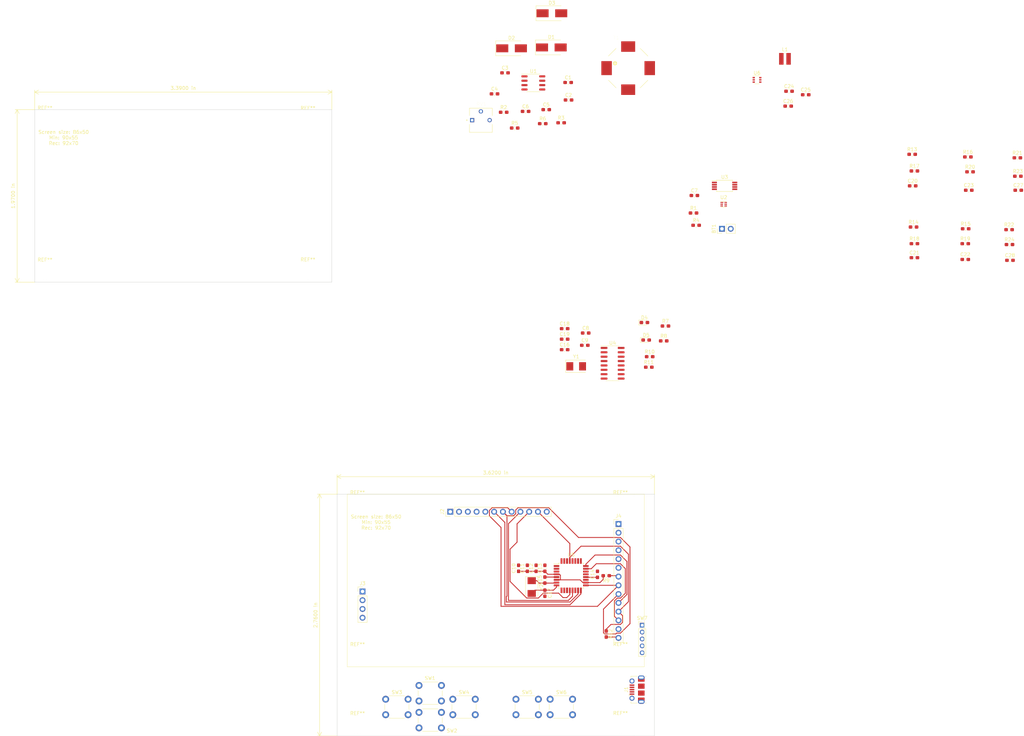
<source format=kicad_pcb>
(kicad_pcb (version 20171130) (host pcbnew "(5.1.5)-3")
  (layers (0 F.Cu signal) (31 B.Cu signal) (34 B.Paste user) (35 F.Paste user) (36 B.SilkS user) (37 F.SilkS user) (38 B.Mask user) (39 F.Mask user) (44 Edge.Cuts user))
  (net 0 "")
  (net 1 "Net-(BT1-Pad2)")
  (net 2 /Vbatt)
  (net 3 GND)
  (net 4 "Net-(C1-Pad1)")
  (net 5 "Net-(C3-Pad2)")
  (net 6 "Net-(C3-Pad1)")
  (net 7 "Net-(C4-Pad2)")
  (net 8 "Net-(C4-Pad1)")
  (net 9 "Net-(C6-Pad1)")
  (net 10 "Net-(C7-Pad1)")
  (net 11 "Net-(C8-Pad1)")
  (net 12 /5Vsup)
  (net 13 "Net-(C14-Pad1)")
  (net 14 "Net-(C15-Pad1)")
  (net 15 "Net-(C16-Pad2)")
  (net 16 /uC_RESET)
  (net 17 "Net-(C17-Pad1)")
  (net 18 "Net-(C18-Pad1)")
  (net 19 "Net-(C19-Pad1)")
  (net 20 /U)
  (net 21 /D)
  (net 22 /L)
  (net 23 /R)
  (net 24 "Net-(C26-Pad1)")
  (net 25 /B)
  (net 26 /A)
  (net 27 "Net-(D1-Pad2)")
  (net 28 "Net-(D2-Pad2)")
  (net 29 "Net-(D4-Pad2)")
  (net 30 "Net-(D4-Pad1)")
  (net 31 "Net-(D5-Pad2)")
  (net 32 "Net-(D5-Pad1)")
  (net 33 "Net-(J1-Pad3)")
  (net 34 "Net-(J1-Pad4)")
  (net 35 "Net-(J1-Pad2)")
  (net 36 /!RDY)
  (net 37 /SS1)
  (net 38 /SCLK)
  (net 39 /MOSI)
  (net 40 /MISO)
  (net 41 "Net-(J2-Pad5)")
  (net 42 "Net-(J2-Pad4)")
  (net 43 /SS3)
  (net 44 /SS2)
  (net 45 /DataCommand_screen)
  (net 46 "Net-(J4-Pad7)")
  (net 47 "Net-(J4-Pad5)")
  (net 48 "Net-(J4-Pad4)")
  (net 49 "Net-(J4-Pad3)")
  (net 50 "Net-(J4-Pad2)")
  (net 51 "Net-(J4-Pad1)")
  (net 52 "Net-(L1-Pad2)")
  (net 53 "Net-(R3-Pad1)")
  (net 54 "Net-(R4-Pad1)")
  (net 55 "Net-(R5-Pad1)")
  (net 56 /TX)
  (net 57 /RX)
  (net 58 "Net-(R13-Pad2)")
  (net 59 "Net-(R14-Pad2)")
  (net 60 "Net-(R15-Pad2)")
  (net 61 "Net-(R16-Pad2)")
  (net 62 "Net-(R21-Pad2)")
  (net 63 "Net-(R22-Pad2)")
  (net 64 "Net-(U1-Pad4)")
  (net 65 "Net-(U2-Pad3)")
  (net 66 "Net-(U2-Pad2)")
  (net 67 "Net-(U2-Pad1)")
  (net 68 "Net-(U3-Pad1)")
  (net 69 "Net-(U4-Pad15)")
  (net 70 "Net-(U4-Pad14)")
  (net 71 "Net-(U4-Pad12)")
  (net 72 "Net-(U4-Pad11)")
  (net 73 "Net-(U4-Pad10)")
  (net 74 "Net-(U4-Pad9)")
  (net 75 "Net-(U5-Pad28)")
  (net 76 "Net-(U5-Pad27)")
  (net 77 "Net-(U5-Pad26)")
  (net 78 "Net-(U5-Pad25)")
  (net 79 "Net-(U5-Pad22)")
  (net 80 "Net-(U5-Pad19)")
  (module Resistor_SMD:R_0603_1608Metric_Pad1.05x0.95mm_HandSolder (layer F.Cu) (at 187.96 103.265 90)
    (fp_text reference R12 (at 0 1.27 90) (layer F.SilkS))
    (fp_text value 1k)
    (pad 2 smd roundrect (at 0.875 0 90) (size 1.05 0.95) (layers F.Cu F.Paste F.Mask) (net 16 /uC_RESET))
    (pad 1 smd roundrect (at -0.875 0 90) (size 1.05 0.95) (layers F.Cu F.Paste F.Mask) (net 12 /5Vsup))
  )
  (module Capacitor_SMD:C_0603_1608Metric_Pad1.05x0.95mm_HandSolder (layer F.Cu) (at 240.679 -49.784)
    (fp_text reference C26 (at 0 -1.43) (layer F.SilkS))
    (fp_text value 1u)
    (pad 2 smd roundrect (at 0.875 0) (size 1.05 0.95) (layers F.Cu F.Paste F.Mask) (net 3 GND))
    (pad 1 smd roundrect (at -0.875 0) (size 1.05 0.95) (layers F.Cu F.Paste F.Mask) (net 24 "Net-(C26-Pad1)"))
  )
  (module Capacitor_SMD:C_0603_1608Metric_Pad1.05x0.95mm_HandSolder (layer F.Cu) (at 240.933 -54.102)
    (fp_text reference C24 (at 0 -1.43) (layer F.SilkS))
    (fp_text value 22u)
    (pad 2 smd roundrect (at 0.875 0) (size 1.05 0.95) (layers F.Cu F.Paste F.Mask) (net 3 GND))
    (pad 1 smd roundrect (at -0.875 0) (size 1.05 0.95) (layers F.Cu F.Paste F.Mask) (net 12 /5Vsup))
  )
  (module Capacitor_SMD:C_0603_1608Metric_Pad1.05x0.95mm_HandSolder (layer F.Cu) (at 167.64 84.215 90)
    (fp_text reference C12 (at 0 -1.43 90) (layer F.SilkS))
    (fp_text value 4.7u)
    (pad 2 smd roundrect (at 0.875 0 90) (size 1.05 0.95) (layers F.Cu F.Paste F.Mask) (net 3 GND))
    (pad 1 smd roundrect (at -0.875 0 90) (size 1.05 0.95) (layers F.Cu F.Paste F.Mask) (net 12 /5Vsup))
  )
  (module Capacitor_SMD:C_0603_1608Metric_Pad1.05x0.95mm_HandSolder (layer F.Cu) (at 181.751 19.558)
    (fp_text reference C9 (at 0 -1.43) (layer F.SilkS))
    (fp_text value 1u)
    (pad 2 smd roundrect (at 0.875 0) (size 1.05 0.95) (layers F.Cu F.Paste F.Mask) (net 3 GND))
    (pad 1 smd roundrect (at -0.875 0) (size 1.05 0.95) (layers F.Cu F.Paste F.Mask) (net 12 /5Vsup))
  )
  (module Capacitor_SMD:C_0603_1608Metric_Pad1.05x0.95mm_HandSolder (layer F.Cu) (at 170.575 -48.768)
    (fp_text reference C5 (at 0 -1.43) (layer F.SilkS))
    (fp_text value 22u)
    (pad 2 smd roundrect (at 0.875 0) (size 1.05 0.95) (layers F.Cu F.Paste F.Mask) (net 3 GND))
    (pad 1 smd roundrect (at -0.875 0) (size 1.05 0.95) (layers F.Cu F.Paste F.Mask) (net 2 /Vbatt))
  )
  (module Capacitor_SMD:C_0603_1608Metric_Pad1.05x0.95mm_HandSolder (layer F.Cu) (at 158.637 -59.436)
    (fp_text reference C3 (at 0 -1.43) (layer F.SilkS))
    (fp_text value 2.2u)
    (pad 2 smd roundrect (at 0.875 0) (size 1.05 0.95) (layers F.Cu F.Paste F.Mask) (net 5 "Net-(C3-Pad2)"))
    (pad 1 smd roundrect (at -0.875 0) (size 1.05 0.95) (layers F.Cu F.Paste F.Mask) (net 6 "Net-(C3-Pad1)"))
  )
  (module Capacitor_SMD:C_0603_1608Metric_Pad1.05x0.95mm_HandSolder (layer F.Cu) (at 176.925 -56.642)
    (fp_text reference C1 (at 0 -1.43) (layer F.SilkS))
    (fp_text value 22u)
    (pad 2 smd roundrect (at 0.875 0) (size 1.05 0.95) (layers F.Cu F.Paste F.Mask) (net 3 GND))
    (pad 1 smd roundrect (at -0.875 0) (size 1.05 0.95) (layers F.Cu F.Paste F.Mask) (net 4 "Net-(C1-Pad1)"))
  )
  (module MountingHole:MountingHole_2.5mm (layer F.Cu) (at 192.089 109.728)
    (fp_text reference REF** (at 0 -3.5) (layer F.SilkS))
    (fp_text value MountingHole_2.5mm)
    (pad "" np_thru_hole circle (at 0 0) (size 3.5 3.5) (drill 3.5) (layers *.Cu *.Mask))
  )
  (module MountingHole:MountingHole_2.5mm (layer F.Cu) (at 115.903 109.776)
    (fp_text reference REF** (at 0 -3.5) (layer F.SilkS))
    (fp_text value MountingHole_2.5mm)
    (pad "" np_thru_hole circle (at 0 0) (size 3.5 3.5) (drill 3.5) (layers *.Cu *.Mask))
  )
  (module Crystal:Crystal_SMD_5032-2Pin_5.0x3.2mm (layer F.Cu) (at 166.37 89.662 270)
    (fp_text reference Y2 (at 0 -2.8 90) (layer F.SilkS))
    (fp_text value 16MHz)
    (pad 2 smd rect (at 1.85 0 270) (size 2 2.4) (layers F.Cu F.Paste F.Mask) (net 17 "Net-(C17-Pad1)"))
    (pad 1 smd rect (at -1.85 0 270) (size 2 2.4) (layers F.Cu F.Paste F.Mask) (net 14 "Net-(C15-Pad1)"))
  )
  (module Crystal:Crystal_SMD_5032-2Pin_5.0x3.2mm (layer F.Cu) (at 179.252 25.654)
    (fp_text reference Y1 (at 0 -2.8) (layer F.SilkS))
    (fp_text value 12MHz)
    (pad 2 smd rect (at 1.85 0) (size 2 2.4) (layers F.Cu F.Paste F.Mask) (net 18 "Net-(C18-Pad1)"))
    (pad 1 smd rect (at -1.85 0) (size 2 2.4) (layers F.Cu F.Paste F.Mask) (net 19 "Net-(C19-Pad1)"))
  )
  (module Package_TO_SOT_SMD:SOT-363_SC-70-6 (layer F.Cu) (at 231.648 -57.404)
    (fp_text reference U6 (at 0 -2) (layer F.SilkS))
    (fp_text value LTC3525-5)
    (pad 6 smd rect (at 0.95 -0.65) (size 0.65 0.4) (layers F.Cu F.Paste F.Mask) (net 52 "Net-(L1-Pad2)"))
    (pad 4 smd rect (at 0.95 0.65) (size 0.65 0.4) (layers F.Cu F.Paste F.Mask) (net 12 /5Vsup))
    (pad 2 smd rect (at -0.95 0) (size 0.65 0.4) (layers F.Cu F.Paste F.Mask) (net 3 GND))
    (pad 5 smd rect (at 0.95 0) (size 0.65 0.4) (layers F.Cu F.Paste F.Mask) (net 3 GND))
    (pad 3 smd rect (at -0.95 0.65) (size 0.65 0.4) (layers F.Cu F.Paste F.Mask) (net 24 "Net-(C26-Pad1)"))
    (pad 1 smd rect (at -0.95 -0.65) (size 0.65 0.4) (layers F.Cu F.Paste F.Mask) (net 24 "Net-(C26-Pad1)"))
  )
  (module Package_QFP:TQFP-32_7x7mm_P0.8mm (layer F.Cu) (at 177.8 86.36)
    (fp_text reference U5 (at 0 -6.05) (layer F.SilkS))
    (fp_text value ATmega328P-AU)
    (pad 32 smd rect (at -2.8 -4.25 90) (size 1.6 0.55) (layers F.Cu F.Paste F.Mask) (net 20 /U))
    (pad 31 smd rect (at -2 -4.25 90) (size 1.6 0.55) (layers F.Cu F.Paste F.Mask) (net 56 /TX))
    (pad 30 smd rect (at -1.2 -4.25 90) (size 1.6 0.55) (layers F.Cu F.Paste F.Mask) (net 57 /RX))
    (pad 29 smd rect (at -0.4 -4.25 90) (size 1.6 0.55) (layers F.Cu F.Paste F.Mask) (net 16 /uC_RESET))
    (pad 28 smd rect (at 0.4 -4.25 90) (size 1.6 0.55) (layers F.Cu F.Paste F.Mask) (net 75 "Net-(U5-Pad28)"))
    (pad 27 smd rect (at 1.2 -4.25 90) (size 1.6 0.55) (layers F.Cu F.Paste F.Mask) (net 76 "Net-(U5-Pad27)"))
    (pad 26 smd rect (at 2 -4.25 90) (size 1.6 0.55) (layers F.Cu F.Paste F.Mask) (net 77 "Net-(U5-Pad26)"))
    (pad 25 smd rect (at 2.8 -4.25 90) (size 1.6 0.55) (layers F.Cu F.Paste F.Mask) (net 78 "Net-(U5-Pad25)"))
    (pad 24 smd rect (at 4.25 -2.8) (size 1.6 0.55) (layers F.Cu F.Paste F.Mask) (net 45 /DataCommand_screen))
    (pad 23 smd rect (at 4.25 -2) (size 1.6 0.55) (layers F.Cu F.Paste F.Mask) (net 44 /SS2))
    (pad 22 smd rect (at 4.25 -1.2) (size 1.6 0.55) (layers F.Cu F.Paste F.Mask) (net 79 "Net-(U5-Pad22)"))
    (pad 21 smd rect (at 4.25 -0.4) (size 1.6 0.55) (layers F.Cu F.Paste F.Mask) (net 3 GND))
    (pad 20 smd rect (at 4.25 0.4) (size 1.6 0.55) (layers F.Cu F.Paste F.Mask) (net 13 "Net-(C14-Pad1)"))
    (pad 19 smd rect (at 4.25 1.2) (size 1.6 0.55) (layers F.Cu F.Paste F.Mask) (net 80 "Net-(U5-Pad19)"))
    (pad 18 smd rect (at 4.25 2) (size 1.6 0.55) (layers F.Cu F.Paste F.Mask) (net 12 /5Vsup))
    (pad 17 smd rect (at 4.25 2.8) (size 1.6 0.55) (layers F.Cu F.Paste F.Mask) (net 38 /SCLK))
    (pad 16 smd rect (at 2.8 4.25 90) (size 1.6 0.55) (layers F.Cu F.Paste F.Mask) (net 40 /MISO))
    (pad 15 smd rect (at 2 4.25 90) (size 1.6 0.55) (layers F.Cu F.Paste F.Mask) (net 39 /MOSI))
    (pad 14 smd rect (at 1.2 4.25 90) (size 1.6 0.55) (layers F.Cu F.Paste F.Mask) (net 43 /SS3))
    (pad 13 smd rect (at 0.4 4.25 90) (size 1.6 0.55) (layers F.Cu F.Paste F.Mask) (net 37 /SS1))
    (pad 12 smd rect (at -0.4 4.25 90) (size 1.6 0.55) (layers F.Cu F.Paste F.Mask) (net 36 /!RDY))
    (pad 11 smd rect (at -1.2 4.25 90) (size 1.6 0.55) (layers F.Cu F.Paste F.Mask) (net 26 /A))
    (pad 10 smd rect (at -2 4.25 90) (size 1.6 0.55) (layers F.Cu F.Paste F.Mask) (net 25 /B))
    (pad 9 smd rect (at -2.8 4.25 90) (size 1.6 0.55) (layers F.Cu F.Paste F.Mask) (net 23 /R))
    (pad 8 smd rect (at -4.25 2.8) (size 1.6 0.55) (layers F.Cu F.Paste F.Mask) (net 17 "Net-(C17-Pad1)"))
    (pad 7 smd rect (at -4.25 2) (size 1.6 0.55) (layers F.Cu F.Paste F.Mask) (net 14 "Net-(C15-Pad1)"))
    (pad 6 smd rect (at -4.25 1.2) (size 1.6 0.55) (layers F.Cu F.Paste F.Mask) (net 12 /5Vsup))
    (pad 5 smd rect (at -4.25 0.4) (size 1.6 0.55) (layers F.Cu F.Paste F.Mask) (net 3 GND))
    (pad 4 smd rect (at -4.25 -0.4) (size 1.6 0.55) (layers F.Cu F.Paste F.Mask) (net 12 /5Vsup))
    (pad 3 smd rect (at -4.25 -1.2) (size 1.6 0.55) (layers F.Cu F.Paste F.Mask) (net 3 GND))
    (pad 2 smd rect (at -4.25 -2) (size 1.6 0.55) (layers F.Cu F.Paste F.Mask) (net 22 /L))
    (pad 1 smd rect (at -4.25 -2.8) (size 1.6 0.55) (layers F.Cu F.Paste F.Mask) (net 21 /D))
  )
  (module Package_SO:SOIC-16_3.9x9.9mm_P1.27mm (layer F.Cu) (at 189.803 24.765)
    (fp_text reference U4 (at 0 -5.9) (layer F.SilkS))
    (fp_text value CH340G)
    (pad 16 smd roundrect (at 2.475 -4.445) (size 1.95 0.6) (layers F.Cu F.Paste F.Mask) (net 12 /5Vsup))
    (pad 15 smd roundrect (at 2.475 -3.175) (size 1.95 0.6) (layers F.Cu F.Paste F.Mask) (net 69 "Net-(U4-Pad15)"))
    (pad 14 smd roundrect (at 2.475 -1.905) (size 1.95 0.6) (layers F.Cu F.Paste F.Mask) (net 70 "Net-(U4-Pad14)"))
    (pad 13 smd roundrect (at 2.475 -0.635) (size 1.95 0.6) (layers F.Cu F.Paste F.Mask) (net 15 "Net-(C16-Pad2)"))
    (pad 12 smd roundrect (at 2.475 0.635) (size 1.95 0.6) (layers F.Cu F.Paste F.Mask) (net 71 "Net-(U4-Pad12)"))
    (pad 11 smd roundrect (at 2.475 1.905) (size 1.95 0.6) (layers F.Cu F.Paste F.Mask) (net 72 "Net-(U4-Pad11)"))
    (pad 10 smd roundrect (at 2.475 3.175) (size 1.95 0.6) (layers F.Cu F.Paste F.Mask) (net 73 "Net-(U4-Pad10)"))
    (pad 9 smd roundrect (at 2.475 4.445) (size 1.95 0.6) (layers F.Cu F.Paste F.Mask) (net 74 "Net-(U4-Pad9)"))
    (pad 8 smd roundrect (at -2.475 4.445) (size 1.95 0.6) (layers F.Cu F.Paste F.Mask) (net 19 "Net-(C19-Pad1)"))
    (pad 7 smd roundrect (at -2.475 3.175) (size 1.95 0.6) (layers F.Cu F.Paste F.Mask) (net 18 "Net-(C18-Pad1)"))
    (pad 6 smd roundrect (at -2.475 1.905) (size 1.95 0.6) (layers F.Cu F.Paste F.Mask) (net 35 "Net-(J1-Pad2)"))
    (pad 5 smd roundrect (at -2.475 0.635) (size 1.95 0.6) (layers F.Cu F.Paste F.Mask) (net 33 "Net-(J1-Pad3)"))
    (pad 4 smd roundrect (at -2.475 -0.635) (size 1.95 0.6) (layers F.Cu F.Paste F.Mask) (net 11 "Net-(C8-Pad1)"))
    (pad 3 smd roundrect (at -2.475 -1.905) (size 1.95 0.6) (layers F.Cu F.Paste F.Mask) (net 31 "Net-(D5-Pad2)"))
    (pad 2 smd roundrect (at -2.475 -3.175) (size 1.95 0.6) (layers F.Cu F.Paste F.Mask) (net 29 "Net-(D4-Pad2)"))
    (pad 1 smd roundrect (at -2.475 -4.445) (size 1.95 0.6) (layers F.Cu F.Paste F.Mask) (net 3 GND))
  )
  (module Package_SO:TSSOP-8_4.4x3mm_P0.65mm (layer F.Cu) (at 222.25 -26.67)
    (fp_text reference U3 (at 0 -2.55) (layer F.SilkS))
    (fp_text value Si6926ADQ)
    (pad 8 smd rect (at 2.95 -0.975) (size 1.45 0.45) (layers F.Cu F.Paste F.Mask) (net 68 "Net-(U3-Pad1)"))
    (pad 7 smd rect (at 2.95 -0.325) (size 1.45 0.45) (layers F.Cu F.Paste F.Mask) (net 1 "Net-(BT1-Pad2)"))
    (pad 6 smd rect (at 2.95 0.325) (size 1.45 0.45) (layers F.Cu F.Paste F.Mask) (net 1 "Net-(BT1-Pad2)"))
    (pad 5 smd rect (at 2.95 0.975) (size 1.45 0.45) (layers F.Cu F.Paste F.Mask) (net 65 "Net-(U2-Pad3)"))
    (pad 4 smd rect (at -2.95 0.975) (size 1.45 0.45) (layers F.Cu F.Paste F.Mask) (net 66 "Net-(U2-Pad2)"))
    (pad 3 smd rect (at -2.95 0.325) (size 1.45 0.45) (layers F.Cu F.Paste F.Mask) (net 3 GND))
    (pad 2 smd rect (at -2.95 -0.325) (size 1.45 0.45) (layers F.Cu F.Paste F.Mask) (net 3 GND))
    (pad 1 smd rect (at -2.95 -0.975) (size 1.45 0.45) (layers F.Cu F.Paste F.Mask) (net 68 "Net-(U3-Pad1)"))
  )
  (module Package_SON:WSON-6_1.5x1.5mm_P0.5mm (layer F.Cu) (at 221.996 -21.336)
    (fp_text reference U2 (at 0 -2) (layer F.SilkS))
    (fp_text value BQ2973)
    (pad 6 smd rect (at 0.575 -0.5 270) (size 0.28 0.75) (layers F.Cu F.Paste F.Mask) (net 54 "Net-(R4-Pad1)"))
    (pad 5 smd rect (at 0.575 0 270) (size 0.28 0.75) (layers F.Cu F.Paste F.Mask) (net 10 "Net-(C7-Pad1)"))
    (pad 4 smd rect (at 0.575 0.5 270) (size 0.28 0.75) (layers F.Cu F.Paste F.Mask) (net 1 "Net-(BT1-Pad2)"))
    (pad 3 smd rect (at -0.575 0.5 270) (size 0.28 0.75) (layers F.Cu F.Paste F.Mask) (net 65 "Net-(U2-Pad3)"))
    (pad 2 smd rect (at -0.575 0 270) (size 0.28 0.75) (layers F.Cu F.Paste F.Mask) (net 66 "Net-(U2-Pad2)"))
    (pad 1 smd rect (at -0.525 -0.5 270) (size 0.28 0.85) (layers F.Cu F.Paste F.Mask) (net 67 "Net-(U2-Pad1)"))
  )
  (module Package_SO:SO-8_3.9x4.9mm_P1.27mm (layer F.Cu) (at 166.843 -56.515)
    (fp_text reference U1 (at 0 -3.4) (layer F.SilkS))
    (fp_text value LT1512)
    (pad 8 smd roundrect (at 2.575 -1.905) (size 1.75 0.6) (layers F.Cu F.Paste F.Mask) (net 5 "Net-(C3-Pad2)"))
    (pad 7 smd roundrect (at 2.575 -0.635) (size 1.75 0.6) (layers F.Cu F.Paste F.Mask) (net 3 GND))
    (pad 6 smd roundrect (at 2.575 0.635) (size 1.75 0.6) (layers F.Cu F.Paste F.Mask) (net 3 GND))
    (pad 5 smd roundrect (at 2.575 1.905) (size 1.75 0.6) (layers F.Cu F.Paste F.Mask) (net 4 "Net-(C1-Pad1)"))
    (pad 4 smd roundrect (at -2.575 1.905) (size 1.75 0.6) (layers F.Cu F.Paste F.Mask) (net 64 "Net-(U1-Pad4)"))
    (pad 3 smd roundrect (at -2.575 0.635) (size 1.75 0.6) (layers F.Cu F.Paste F.Mask) (net 9 "Net-(C6-Pad1)"))
    (pad 2 smd roundrect (at -2.575 -0.635) (size 1.75 0.6) (layers F.Cu F.Paste F.Mask) (net 55 "Net-(R5-Pad1)"))
    (pad 1 smd roundrect (at -2.575 -1.905) (size 1.75 0.6) (layers F.Cu F.Paste F.Mask) (net 8 "Net-(C4-Pad1)"))
  )
  (module Transformer_SMD:IND_CTX33-3-R (layer F.Cu) (at 194.31 -60.806)
    (fp_text reference T1 (at -3.46887 -8.79481) (layer F.SilkS) (effects (font (size 1.001118 1.001118) (thickness 0.015))))
    (fp_text value CTX33-3)
    (pad 4 smd rect (at 0 -6.25) (size 4.06 3.05) (layers F.Cu F.Paste F.Mask) (net 53 "Net-(R3-Pad1)"))
    (pad 3 smd rect (at 6.25 0) (size 3.05 4.06) (layers F.Cu F.Paste F.Mask) (net 6 "Net-(C3-Pad1)"))
    (pad 2 smd rect (at 0 6.25) (size 4.06 3.05) (layers F.Cu F.Paste F.Mask) (net 5 "Net-(C3-Pad2)"))
    (pad 1 smd rect (at -6.25 0) (size 3.05 4.06) (layers F.Cu F.Paste F.Mask) (net 4 "Net-(C1-Pad1)"))
  )
  (module Connector_PinHeader_2.00mm:PinHeader_1x05_P2.00mm_Vertical (layer F.Cu) (at 198.374 100.712)
    (fp_text reference SW7 (at 0 -2.06) (layer F.SilkS))
    (fp_text value SW_DPST_x2)
    (pad 5 thru_hole oval (at 0 8) (size 1.35 1.35) (drill 0.8) (layers *.Cu *.Mask))
    (pad 4 thru_hole oval (at 0 6) (size 1.35 1.35) (drill 0.8) (layers *.Cu *.Mask))
    (pad 3 thru_hole oval (at 0 4) (size 1.35 1.35) (drill 0.8) (layers *.Cu *.Mask))
    (pad 2 thru_hole oval (at 0 2) (size 1.35 1.35) (drill 0.8) (layers *.Cu *.Mask) (net 24 "Net-(C26-Pad1)"))
    (pad 1 thru_hole rect (at 0 0) (size 1.35 1.35) (drill 0.8) (layers *.Cu *.Mask) (net 2 /Vbatt))
  )
  (module Button_Switch_THT:SW_PUSH_6mm (layer F.Cu) (at 171.704 122.174)
    (fp_text reference SW6 (at 3.25 -2) (layer F.SilkS))
    (fp_text value A)
    (pad 1 thru_hole circle (at 6.5 0 90) (size 2 2) (drill 1.1) (layers *.Cu *.Mask) (net 12 /5Vsup))
    (pad 2 thru_hole circle (at 6.5 4.5 90) (size 2 2) (drill 1.1) (layers *.Cu *.Mask) (net 63 "Net-(R22-Pad2)"))
    (pad 1 thru_hole circle (at 0 0 90) (size 2 2) (drill 1.1) (layers *.Cu *.Mask) (net 12 /5Vsup))
    (pad 2 thru_hole circle (at 0 4.5 90) (size 2 2) (drill 1.1) (layers *.Cu *.Mask) (net 63 "Net-(R22-Pad2)"))
  )
  (module Button_Switch_THT:SW_PUSH_6mm (layer F.Cu) (at 161.798 122.174)
    (fp_text reference SW5 (at 3.25 -2) (layer F.SilkS))
    (fp_text value B)
    (pad 1 thru_hole circle (at 6.5 0 90) (size 2 2) (drill 1.1) (layers *.Cu *.Mask) (net 12 /5Vsup))
    (pad 2 thru_hole circle (at 6.5 4.5 90) (size 2 2) (drill 1.1) (layers *.Cu *.Mask) (net 62 "Net-(R21-Pad2)"))
    (pad 1 thru_hole circle (at 0 0 90) (size 2 2) (drill 1.1) (layers *.Cu *.Mask) (net 12 /5Vsup))
    (pad 2 thru_hole circle (at 0 4.5 90) (size 2 2) (drill 1.1) (layers *.Cu *.Mask) (net 62 "Net-(R21-Pad2)"))
  )
  (module Button_Switch_THT:SW_PUSH_6mm (layer F.Cu) (at 143.51 122.174)
    (fp_text reference SW4 (at 3.25 -2) (layer F.SilkS))
    (fp_text value Right)
    (pad 1 thru_hole circle (at 6.5 0 90) (size 2 2) (drill 1.1) (layers *.Cu *.Mask) (net 12 /5Vsup))
    (pad 2 thru_hole circle (at 6.5 4.5 90) (size 2 2) (drill 1.1) (layers *.Cu *.Mask) (net 61 "Net-(R16-Pad2)"))
    (pad 1 thru_hole circle (at 0 0 90) (size 2 2) (drill 1.1) (layers *.Cu *.Mask) (net 12 /5Vsup))
    (pad 2 thru_hole circle (at 0 4.5 90) (size 2 2) (drill 1.1) (layers *.Cu *.Mask) (net 61 "Net-(R16-Pad2)"))
  )
  (module Button_Switch_THT:SW_PUSH_6mm (layer F.Cu) (at 124.056 122.174)
    (fp_text reference SW3 (at 3.25 -2) (layer F.SilkS))
    (fp_text value Left)
    (pad 1 thru_hole circle (at 6.5 0 90) (size 2 2) (drill 1.1) (layers *.Cu *.Mask) (net 12 /5Vsup))
    (pad 2 thru_hole circle (at 6.5 4.5 90) (size 2 2) (drill 1.1) (layers *.Cu *.Mask) (net 60 "Net-(R15-Pad2)"))
    (pad 1 thru_hole circle (at 0 0 90) (size 2 2) (drill 1.1) (layers *.Cu *.Mask) (net 12 /5Vsup))
    (pad 2 thru_hole circle (at 0 4.5 90) (size 2 2) (drill 1.1) (layers *.Cu *.Mask) (net 60 "Net-(R15-Pad2)"))
  )
  (module Button_Switch_THT:SW_PUSH_6mm (layer F.Cu) (at 140.208 130.484 180)
    (fp_text reference SW2 (at -3.048 -0.834) (layer F.SilkS))
    (fp_text value Down)
    (pad 1 thru_hole circle (at 6.5 0 270) (size 2 2) (drill 1.1) (layers *.Cu *.Mask) (net 12 /5Vsup))
    (pad 2 thru_hole circle (at 6.5 4.5 270) (size 2 2) (drill 1.1) (layers *.Cu *.Mask) (net 59 "Net-(R14-Pad2)"))
    (pad 1 thru_hole circle (at 0 0 270) (size 2 2) (drill 1.1) (layers *.Cu *.Mask) (net 12 /5Vsup))
    (pad 2 thru_hole circle (at 0 4.5 270) (size 2 2) (drill 1.1) (layers *.Cu *.Mask) (net 59 "Net-(R14-Pad2)"))
  )
  (module Button_Switch_THT:SW_PUSH_6mm (layer F.Cu) (at 140.208 122.682 180)
    (fp_text reference SW1 (at 3.302 6.604) (layer F.SilkS))
    (fp_text value Up)
    (pad 1 thru_hole circle (at 6.5 0 270) (size 2 2) (drill 1.1) (layers *.Cu *.Mask) (net 12 /5Vsup))
    (pad 2 thru_hole circle (at 6.5 4.5 270) (size 2 2) (drill 1.1) (layers *.Cu *.Mask) (net 58 "Net-(R13-Pad2)"))
    (pad 1 thru_hole circle (at 0 0 270) (size 2 2) (drill 1.1) (layers *.Cu *.Mask) (net 12 /5Vsup))
    (pad 2 thru_hole circle (at 0 4.5 270) (size 2 2) (drill 1.1) (layers *.Cu *.Mask) (net 58 "Net-(R13-Pad2)"))
  )
  (module Potentiometer_THT:TRIM_3362P-1-304 (layer F.Cu) (at 151.638 -45.72)
    (fp_text reference RV1 (at 0.17547 -4.64779) (layer F.SilkS) (effects (font (size 1.002756 1.002756) (thickness 0.015))))
    (fp_text value 231.8k)
    (pad 1 thru_hole rect (at -2.54 0) (size 1.222 1.222) (drill 0.714) (layers *.Cu *.Mask) (net 2 /Vbatt))
    (pad 2 thru_hole circle (at 0 -2.54) (size 1.222 1.222) (drill 0.714) (layers *.Cu *.Mask) (net 55 "Net-(R5-Pad1)"))
    (pad 3 thru_hole circle (at 2.54 0) (size 1.222 1.222) (drill 0.714) (layers *.Cu *.Mask) (net 55 "Net-(R5-Pad1)"))
  )
  (module Resistor_SMD:R_0603_1608Metric_Pad1.05x0.95mm_HandSolder (layer F.Cu) (at 304.8 -9.652)
    (fp_text reference R24 (at 0 -1.43) (layer F.SilkS))
    (fp_text value 10k)
    (pad 2 smd roundrect (at 0.875 0) (size 1.05 0.95) (layers F.Cu F.Paste F.Mask) (net 3 GND))
    (pad 1 smd roundrect (at -0.875 0) (size 1.05 0.95) (layers F.Cu F.Paste F.Mask) (net 63 "Net-(R22-Pad2)"))
  )
  (module Resistor_SMD:R_0603_1608Metric_Pad1.05x0.95mm_HandSolder (layer F.Cu) (at 307.227 -29.464)
    (fp_text reference R23 (at 0 -1.43) (layer F.SilkS))
    (fp_text value 10k)
    (pad 2 smd roundrect (at 0.875 0) (size 1.05 0.95) (layers F.Cu F.Paste F.Mask) (net 3 GND))
    (pad 1 smd roundrect (at -0.875 0) (size 1.05 0.95) (layers F.Cu F.Paste F.Mask) (net 62 "Net-(R21-Pad2)"))
  )
  (module Resistor_SMD:R_0603_1608Metric_Pad1.05x0.95mm_HandSolder (layer F.Cu) (at 304.687 -13.97)
    (fp_text reference R22 (at 0 -1.43) (layer F.SilkS))
    (fp_text value 10k)
    (pad 2 smd roundrect (at 0.875 0) (size 1.05 0.95) (layers F.Cu F.Paste F.Mask) (net 63 "Net-(R22-Pad2)"))
    (pad 1 smd roundrect (at -0.875 0) (size 1.05 0.95) (layers F.Cu F.Paste F.Mask) (net 26 /A))
  )
  (module Resistor_SMD:R_0603_1608Metric_Pad1.05x0.95mm_HandSolder (layer F.Cu) (at 307.086 -34.798)
    (fp_text reference R21 (at 0 -1.43) (layer F.SilkS))
    (fp_text value 10k)
    (pad 2 smd roundrect (at 0.875 0) (size 1.05 0.95) (layers F.Cu F.Paste F.Mask) (net 62 "Net-(R21-Pad2)"))
    (pad 1 smd roundrect (at -0.875 0) (size 1.05 0.95) (layers F.Cu F.Paste F.Mask) (net 25 /B))
  )
  (module Resistor_SMD:R_0603_1608Metric_Pad1.05x0.95mm_HandSolder (layer F.Cu) (at 293.37 -30.734)
    (fp_text reference R20 (at 0 -1.43) (layer F.SilkS))
    (fp_text value 10k)
    (pad 2 smd roundrect (at 0.875 0) (size 1.05 0.95) (layers F.Cu F.Paste F.Mask) (net 3 GND))
    (pad 1 smd roundrect (at -0.875 0) (size 1.05 0.95) (layers F.Cu F.Paste F.Mask) (net 61 "Net-(R16-Pad2)"))
  )
  (module Resistor_SMD:R_0603_1608Metric_Pad1.05x0.95mm_HandSolder (layer F.Cu) (at 291.987 -9.906)
    (fp_text reference R19 (at 0 -1.43) (layer F.SilkS))
    (fp_text value 10k)
    (pad 2 smd roundrect (at 0.875 0) (size 1.05 0.95) (layers F.Cu F.Paste F.Mask) (net 3 GND))
    (pad 1 smd roundrect (at -0.875 0) (size 1.05 0.95) (layers F.Cu F.Paste F.Mask) (net 60 "Net-(R15-Pad2)"))
  )
  (module Resistor_SMD:R_0603_1608Metric_Pad1.05x0.95mm_HandSolder (layer F.Cu) (at 277.255 -9.906)
    (fp_text reference R18 (at 0 -1.43) (layer F.SilkS))
    (fp_text value 10k)
    (pad 2 smd roundrect (at 0.875 0) (size 1.05 0.95) (layers F.Cu F.Paste F.Mask) (net 3 GND))
    (pad 1 smd roundrect (at -0.875 0) (size 1.05 0.95) (layers F.Cu F.Paste F.Mask) (net 59 "Net-(R14-Pad2)"))
  )
  (module Resistor_SMD:R_0603_1608Metric_Pad1.05x0.95mm_HandSolder (layer F.Cu) (at 277.255 -30.988)
    (fp_text reference R17 (at 0 -1.43) (layer F.SilkS))
    (fp_text value 10k)
    (pad 2 smd roundrect (at 0.875 0) (size 1.05 0.95) (layers F.Cu F.Paste F.Mask) (net 3 GND))
    (pad 1 smd roundrect (at -0.875 0) (size 1.05 0.95) (layers F.Cu F.Paste F.Mask) (net 58 "Net-(R13-Pad2)"))
  )
  (module Resistor_SMD:R_0603_1608Metric_Pad1.05x0.95mm_HandSolder (layer F.Cu) (at 292.749 -35.052)
    (fp_text reference R16 (at 0 -1.43) (layer F.SilkS))
    (fp_text value 10k)
    (pad 2 smd roundrect (at 0.875 0) (size 1.05 0.95) (layers F.Cu F.Paste F.Mask) (net 61 "Net-(R16-Pad2)"))
    (pad 1 smd roundrect (at -0.875 0) (size 1.05 0.95) (layers F.Cu F.Paste F.Mask) (net 23 /R))
  )
  (module Resistor_SMD:R_0603_1608Metric_Pad1.05x0.95mm_HandSolder (layer F.Cu) (at 292.1 -14.224)
    (fp_text reference R15 (at 0 -1.43) (layer F.SilkS))
    (fp_text value 10k)
    (pad 2 smd roundrect (at 0.875 0) (size 1.05 0.95) (layers F.Cu F.Paste F.Mask) (net 60 "Net-(R15-Pad2)"))
    (pad 1 smd roundrect (at -0.875 0) (size 1.05 0.95) (layers F.Cu F.Paste F.Mask) (net 22 /L))
  )
  (module Resistor_SMD:R_0603_1608Metric_Pad1.05x0.95mm_HandSolder (layer F.Cu) (at 277.001 -14.732)
    (fp_text reference R14 (at 0 -1.43) (layer F.SilkS))
    (fp_text value 10k)
    (pad 2 smd roundrect (at 0.875 0) (size 1.05 0.95) (layers F.Cu F.Paste F.Mask) (net 59 "Net-(R14-Pad2)"))
    (pad 1 smd roundrect (at -0.875 0) (size 1.05 0.95) (layers F.Cu F.Paste F.Mask) (net 21 /D))
  )
  (module Resistor_SMD:R_0603_1608Metric_Pad1.05x0.95mm_HandSolder (layer F.Cu) (at 276.606 -35.814)
    (fp_text reference R13 (at 0 -1.43) (layer F.SilkS))
    (fp_text value 10k)
    (pad 2 smd roundrect (at 0.875 0) (size 1.05 0.95) (layers F.Cu F.Paste F.Mask) (net 58 "Net-(R13-Pad2)"))
    (pad 1 smd roundrect (at -0.875 0) (size 1.05 0.95) (layers F.Cu F.Paste F.Mask) (net 20 /U))
  )
  (module Resistor_SMD:R_0603_1608Metric_Pad1.05x0.95mm_HandSolder (layer F.Cu) (at 200.293 25.908)
    (fp_text reference R11 (at 0 -1.43) (layer F.SilkS))
    (fp_text value 1k)
    (pad 2 smd roundrect (at 0.875 0) (size 1.05 0.95) (layers F.Cu F.Paste F.Mask) (net 31 "Net-(D5-Pad2)"))
    (pad 1 smd roundrect (at -0.875 0) (size 1.05 0.95) (layers F.Cu F.Paste F.Mask) (net 57 /RX))
  )
  (module Resistor_SMD:R_0603_1608Metric_Pad1.05x0.95mm_HandSolder (layer F.Cu) (at 200.547 22.86)
    (fp_text reference R10 (at 0 -1.43) (layer F.SilkS))
    (fp_text value 1k)
    (pad 2 smd roundrect (at 0.875 0) (size 1.05 0.95) (layers F.Cu F.Paste F.Mask) (net 56 /TX))
    (pad 1 smd roundrect (at -0.875 0) (size 1.05 0.95) (layers F.Cu F.Paste F.Mask) (net 29 "Net-(D4-Pad2)"))
  )
  (module Resistor_SMD:R_0603_1608Metric_Pad1.05x0.95mm_HandSolder (layer F.Cu) (at 187.96 86.36 180)
    (fp_text reference R9 (at 0 -1.43) (layer F.SilkS))
    (fp_text value 100)
    (pad 2 smd roundrect (at 0.875 0 180) (size 1.05 0.95) (layers F.Cu F.Paste F.Mask) (net 12 /5Vsup))
    (pad 1 smd roundrect (at -0.875 0 180) (size 1.05 0.95) (layers F.Cu F.Paste F.Mask) (net 46 "Net-(J4-Pad7)"))
  )
  (module Resistor_SMD:R_0603_1608Metric_Pad1.05x0.95mm_HandSolder (layer F.Cu) (at 204.611 18.288)
    (fp_text reference R8 (at 0 -1.43) (layer F.SilkS))
    (fp_text value 1k)
    (pad 2 smd roundrect (at 0.875 0) (size 1.05 0.95) (layers F.Cu F.Paste F.Mask) (net 12 /5Vsup))
    (pad 1 smd roundrect (at -0.875 0) (size 1.05 0.95) (layers F.Cu F.Paste F.Mask) (net 32 "Net-(D5-Pad1)"))
  )
  (module Resistor_SMD:R_0603_1608Metric_Pad1.05x0.95mm_HandSolder (layer F.Cu) (at 205.119 13.97)
    (fp_text reference R7 (at 0 -1.43) (layer F.SilkS))
    (fp_text value 1k)
    (pad 2 smd roundrect (at 0.875 0) (size 1.05 0.95) (layers F.Cu F.Paste F.Mask) (net 30 "Net-(D4-Pad1)"))
    (pad 1 smd roundrect (at -0.875 0) (size 1.05 0.95) (layers F.Cu F.Paste F.Mask) (net 12 /5Vsup))
  )
  (module Resistor_SMD:R_0603_1608Metric_Pad1.05x0.95mm_HandSolder (layer F.Cu) (at 169.559 -44.704)
    (fp_text reference R6 (at 0 -1.43) (layer F.SilkS))
    (fp_text value 24)
    (pad 2 smd roundrect (at 0.875 0) (size 1.05 0.95) (layers F.Cu F.Paste F.Mask) (net 9 "Net-(C6-Pad1)"))
    (pad 1 smd roundrect (at -0.875 0) (size 1.05 0.95) (layers F.Cu F.Paste F.Mask) (net 53 "Net-(R3-Pad1)"))
  )
  (module Resistor_SMD:R_0603_1608Metric_Pad1.05x0.95mm_HandSolder (layer F.Cu) (at 161.431 -43.434)
    (fp_text reference R5 (at 0 -1.43) (layer F.SilkS))
    (fp_text value 100k)
    (pad 2 smd roundrect (at 0.875 0) (size 1.05 0.95) (layers F.Cu F.Paste F.Mask) (net 3 GND))
    (pad 1 smd roundrect (at -0.875 0) (size 1.05 0.95) (layers F.Cu F.Paste F.Mask) (net 55 "Net-(R5-Pad1)"))
  )
  (module Resistor_SMD:R_0603_1608Metric_Pad1.05x0.95mm_HandSolder (layer F.Cu) (at 214.009 -15.24)
    (fp_text reference R4 (at 0 -1.43) (layer F.SilkS))
    (fp_text value 100k)
    (pad 2 smd roundrect (at 0.875 0) (size 1.05 0.95) (layers F.Cu F.Paste F.Mask) (net 3 GND))
    (pad 1 smd roundrect (at -0.875 0) (size 1.05 0.95) (layers F.Cu F.Paste F.Mask) (net 54 "Net-(R4-Pad1)"))
  )
  (module Resistor_SMD:R_0603_1608Metric_Pad1.05x0.95mm_HandSolder (layer F.Cu) (at 174.893 -44.958)
    (fp_text reference R3 (at 0 -1.43) (layer F.SilkS))
    (fp_text value 0.2)
    (pad 2 smd roundrect (at 0.875 0) (size 1.05 0.95) (layers F.Cu F.Paste F.Mask) (net 3 GND))
    (pad 1 smd roundrect (at -0.875 0) (size 1.05 0.95) (layers F.Cu F.Paste F.Mask) (net 53 "Net-(R3-Pad1)"))
  )
  (module Resistor_SMD:R_0603_1608Metric_Pad1.05x0.95mm_HandSolder (layer F.Cu) (at 158.242 -48.006)
    (fp_text reference R2 (at 0 -1.43) (layer F.SilkS))
    (fp_text value 1k)
    (pad 2 smd roundrect (at 0.875 0) (size 1.05 0.95) (layers F.Cu F.Paste F.Mask) (net 3 GND))
    (pad 1 smd roundrect (at -0.875 0) (size 1.05 0.95) (layers F.Cu F.Paste F.Mask) (net 7 "Net-(C4-Pad2)"))
  )
  (module Resistor_SMD:R_0603_1608Metric_Pad1.05x0.95mm_HandSolder (layer F.Cu) (at 213.247 -18.796)
    (fp_text reference R1 (at 0 -1.43) (layer F.SilkS))
    (fp_text value 330)
    (pad 2 smd roundrect (at 0.875 0) (size 1.05 0.95) (layers F.Cu F.Paste F.Mask) (net 10 "Net-(C7-Pad1)"))
    (pad 1 smd roundrect (at -0.875 0) (size 1.05 0.95) (layers F.Cu F.Paste F.Mask) (net 2 /Vbatt))
  )
  (module Inductor_SMD:L_Wuerth_MAPI-3012 (layer F.Cu) (at 239.742 -63.5)
    (fp_text reference L1 (at 0 -2.7) (layer F.SilkS))
    (fp_text value 10u)
    (pad 2 smd rect (at 1.05 0) (size 1.3 3.4) (layers F.Cu F.Paste F.Mask) (net 52 "Net-(L1-Pad2)"))
    (pad 1 smd rect (at -1.05 0) (size 1.3 3.4) (layers F.Cu F.Paste F.Mask) (net 24 "Net-(C26-Pad1)"))
  )
  (module Connector_PinHeader_2.54mm:PinHeader_1x14_P2.54mm_Vertical (layer F.Cu) (at 191.516 71.374)
    (fp_text reference J4 (at 0 -2.33) (layer F.SilkS))
    (fp_text value Screen_SPI)
    (pad 14 thru_hole oval (at 0 33.02) (size 1.7 1.7) (drill 1) (layers *.Cu *.Mask) (net 12 /5Vsup))
    (pad 13 thru_hole oval (at 0 30.48) (size 1.7 1.7) (drill 1) (layers *.Cu *.Mask) (net 3 GND))
    (pad 12 thru_hole oval (at 0 27.94) (size 1.7 1.7) (drill 1) (layers *.Cu *.Mask) (net 44 /SS2))
    (pad 11 thru_hole oval (at 0 25.4) (size 1.7 1.7) (drill 1) (layers *.Cu *.Mask) (net 16 /uC_RESET))
    (pad 10 thru_hole oval (at 0 22.86) (size 1.7 1.7) (drill 1) (layers *.Cu *.Mask) (net 45 /DataCommand_screen))
    (pad 9 thru_hole oval (at 0 20.32) (size 1.7 1.7) (drill 1) (layers *.Cu *.Mask) (net 39 /MOSI))
    (pad 8 thru_hole oval (at 0 17.78) (size 1.7 1.7) (drill 1) (layers *.Cu *.Mask) (net 38 /SCLK))
    (pad 7 thru_hole oval (at 0 15.24) (size 1.7 1.7) (drill 1) (layers *.Cu *.Mask) (net 46 "Net-(J4-Pad7)"))
    (pad 6 thru_hole oval (at 0 12.7) (size 1.7 1.7) (drill 1) (layers *.Cu *.Mask) (net 40 /MISO))
    (pad 5 thru_hole oval (at 0 10.16) (size 1.7 1.7) (drill 1) (layers *.Cu *.Mask) (net 47 "Net-(J4-Pad5)"))
    (pad 4 thru_hole oval (at 0 7.62) (size 1.7 1.7) (drill 1) (layers *.Cu *.Mask) (net 48 "Net-(J4-Pad4)"))
    (pad 3 thru_hole oval (at 0 5.08) (size 1.7 1.7) (drill 1) (layers *.Cu *.Mask) (net 49 "Net-(J4-Pad3)"))
    (pad 2 thru_hole oval (at 0 2.54) (size 1.7 1.7) (drill 1) (layers *.Cu *.Mask) (net 50 "Net-(J4-Pad2)"))
    (pad 1 thru_hole rect (at 0 0) (size 1.7 1.7) (drill 1) (layers *.Cu *.Mask) (net 51 "Net-(J4-Pad1)"))
  )
  (module Connector_PinHeader_2.54mm:PinHeader_1x04_P2.54mm_Vertical (layer F.Cu) (at 117.348 90.932)
    (fp_text reference J3 (at 0 -2.33) (layer F.SilkS))
    (fp_text value SD_card_SPI)
    (pad 4 thru_hole oval (at 0 7.62) (size 1.7 1.7) (drill 1) (layers *.Cu *.Mask) (net 43 /SS3))
    (pad 3 thru_hole oval (at 0 5.08) (size 1.7 1.7) (drill 1) (layers *.Cu *.Mask) (net 39 /MOSI))
    (pad 2 thru_hole oval (at 0 2.54) (size 1.7 1.7) (drill 1) (layers *.Cu *.Mask) (net 40 /MISO))
    (pad 1 thru_hole rect (at 0 0) (size 1.7 1.7) (drill 1) (layers *.Cu *.Mask) (net 38 /SCLK))
  )
  (module Connector_PinHeader_2.54mm:PinHeader_1x12_P2.54mm_Vertical (layer F.Cu) (at 142.778 67.818 90)
    (fp_text reference J2 (at 0 -2.33 90) (layer F.SilkS))
    (fp_text value ADC_board_SPI)
    (pad 12 thru_hole oval (at 0 27.94 90) (size 1.7 1.7) (drill 1) (layers *.Cu *.Mask) (net 3 GND))
    (pad 11 thru_hole oval (at 0 25.4 90) (size 1.7 1.7) (drill 1) (layers *.Cu *.Mask) (net 16 /uC_RESET))
    (pad 10 thru_hole oval (at 0 22.86 90) (size 1.7 1.7) (drill 1) (layers *.Cu *.Mask) (net 36 /!RDY))
    (pad 9 thru_hole oval (at 0 20.32 90) (size 1.7 1.7) (drill 1) (layers *.Cu *.Mask) (net 37 /SS1))
    (pad 8 thru_hole oval (at 0 17.78 90) (size 1.7 1.7) (drill 1) (layers *.Cu *.Mask) (net 38 /SCLK))
    (pad 7 thru_hole oval (at 0 15.24 90) (size 1.7 1.7) (drill 1) (layers *.Cu *.Mask) (net 39 /MOSI))
    (pad 6 thru_hole oval (at 0 12.7 90) (size 1.7 1.7) (drill 1) (layers *.Cu *.Mask) (net 40 /MISO))
    (pad 5 thru_hole oval (at 0 10.16 90) (size 1.7 1.7) (drill 1) (layers *.Cu *.Mask) (net 41 "Net-(J2-Pad5)"))
    (pad 4 thru_hole oval (at 0 7.62 90) (size 1.7 1.7) (drill 1) (layers *.Cu *.Mask) (net 42 "Net-(J2-Pad4)"))
    (pad 3 thru_hole oval (at 0 5.08 90) (size 1.7 1.7) (drill 1) (layers *.Cu *.Mask) (net 12 /5Vsup))
    (pad 2 thru_hole oval (at 0 2.54 90) (size 1.7 1.7) (drill 1) (layers *.Cu *.Mask) (net 27 "Net-(D1-Pad2)"))
    (pad 1 thru_hole rect (at 0 0 90) (size 1.7 1.7) (drill 1) (layers *.Cu *.Mask) (net 3 GND))
  )
  (module Connector_USB:USB_Micro-B_Molex-105017-0001 (layer F.Cu) (at 196.8825 119.396 90)
    (fp_text reference J1 (at 0 -3.1125 90) (layer F.SilkS))
    (fp_text value USB_B_Micro)
    (pad 6 smd rect (at -2.9 1.2375 90) (size 1.2 1.9) (layers F.Cu F.Mask) (net 3 GND))
    (pad 6 smd rect (at 2.9 1.2375 90) (size 1.2 1.9) (layers F.Cu F.Mask) (net 3 GND))
    (pad 6 thru_hole oval (at 3.5 1.2375 90) (size 1.2 1.9) (drill oval 0.6 1.3) (layers *.Cu *.Mask) (net 3 GND))
    (pad 6 thru_hole oval (at -3.5 1.2375 270) (size 1.2 1.9) (drill oval 0.6 1.3) (layers *.Cu *.Mask) (net 3 GND))
    (pad 6 smd rect (at -1 1.2375 90) (size 1.5 1.9) (layers F.Cu F.Paste F.Mask) (net 3 GND))
    (pad 6 thru_hole circle (at 2.5 -1.4625 90) (size 1.45 1.45) (drill 0.85) (layers *.Cu *.Mask) (net 3 GND))
    (pad 3 smd rect (at 0 -1.4625 90) (size 0.4 1.35) (layers F.Cu F.Paste F.Mask) (net 33 "Net-(J1-Pad3)"))
    (pad 4 smd rect (at 0.65 -1.4625 90) (size 0.4 1.35) (layers F.Cu F.Paste F.Mask) (net 34 "Net-(J1-Pad4)"))
    (pad 5 smd rect (at 1.3 -1.4625 90) (size 0.4 1.35) (layers F.Cu F.Paste F.Mask) (net 3 GND))
    (pad 1 smd rect (at -1.3 -1.4625 90) (size 0.4 1.35) (layers F.Cu F.Paste F.Mask) (net 28 "Net-(D2-Pad2)"))
    (pad 2 smd rect (at -0.65 -1.4625 90) (size 0.4 1.35) (layers F.Cu F.Paste F.Mask) (net 35 "Net-(J1-Pad2)"))
    (pad 6 thru_hole circle (at -2.5 -1.4625 90) (size 1.45 1.45) (drill 0.85) (layers *.Cu *.Mask) (net 3 GND))
    (pad 6 smd rect (at 1 1.2375 90) (size 1.5 1.9) (layers F.Cu F.Paste F.Mask) (net 3 GND))
  )
  (module Diode_SMD:D_0603_1608Metric_Pad1.05x0.95mm_HandSolder (layer F.Cu) (at 199.531 18.034)
    (fp_text reference D5 (at 0 -1.43) (layer F.SilkS))
    (fp_text value RX)
    (pad 2 smd roundrect (at 0.875 0) (size 1.05 0.95) (layers F.Cu F.Paste F.Mask) (net 31 "Net-(D5-Pad2)"))
    (pad 1 smd roundrect (at -0.875 0) (size 1.05 0.95) (layers F.Cu F.Paste F.Mask) (net 32 "Net-(D5-Pad1)"))
  )
  (module Diode_SMD:D_0603_1608Metric_Pad1.05x0.95mm_HandSolder (layer F.Cu) (at 199.023 12.954)
    (fp_text reference D4 (at 0 -1.43) (layer F.SilkS))
    (fp_text value TX)
    (pad 2 smd roundrect (at 0.875 0) (size 1.05 0.95) (layers F.Cu F.Paste F.Mask) (net 29 "Net-(D4-Pad2)"))
    (pad 1 smd roundrect (at -0.875 0) (size 1.05 0.95) (layers F.Cu F.Paste F.Mask) (net 30 "Net-(D4-Pad1)"))
  )
  (module Diode_SMD:D_SMB_Handsoldering (layer F.Cu) (at 172.212 -76.708)
    (fp_text reference D3 (at 0 -3) (layer F.SilkS))
    (fp_text value MBRS130LT3G)
    (pad 2 smd rect (at 2.7 0) (size 3.5 2.3) (layers F.Cu F.Paste F.Mask) (net 6 "Net-(C3-Pad1)"))
    (pad 1 smd rect (at -2.7 0) (size 3.5 2.3) (layers F.Cu F.Paste F.Mask) (net 2 /Vbatt))
  )
  (module Diode_SMD:D_SMB_Handsoldering (layer F.Cu) (at 160.528 -66.548)
    (fp_text reference D2 (at 0 -3) (layer F.SilkS))
    (fp_text value MBRS130LT3G)
    (pad 2 smd rect (at 2.7 0) (size 3.5 2.3) (layers F.Cu F.Paste F.Mask) (net 28 "Net-(D2-Pad2)"))
    (pad 1 smd rect (at -2.7 0) (size 3.5 2.3) (layers F.Cu F.Paste F.Mask) (net 4 "Net-(C1-Pad1)"))
  )
  (module Diode_SMD:D_SMB_Handsoldering (layer F.Cu) (at 172.052 -66.802)
    (fp_text reference D1 (at 0 -3) (layer F.SilkS))
    (fp_text value MBRS130LT3G)
    (pad 2 smd rect (at 2.7 0) (size 3.5 2.3) (layers F.Cu F.Paste F.Mask) (net 27 "Net-(D1-Pad2)"))
    (pad 1 smd rect (at -2.7 0) (size 3.5 2.3) (layers F.Cu F.Paste F.Mask) (net 4 "Net-(C1-Pad1)"))
  )
  (module Capacitor_SMD:C_0603_1608Metric_Pad1.05x0.95mm_HandSolder (layer F.Cu) (at 304.941 -5.08)
    (fp_text reference C28 (at 0 -1.43) (layer F.SilkS))
    (fp_text value 100n)
    (pad 2 smd roundrect (at 0.875 0) (size 1.05 0.95) (layers F.Cu F.Paste F.Mask) (net 3 GND))
    (pad 1 smd roundrect (at -0.875 0) (size 1.05 0.95) (layers F.Cu F.Paste F.Mask) (net 26 /A))
  )
  (module Capacitor_SMD:C_0603_1608Metric_Pad1.05x0.95mm_HandSolder (layer F.Cu) (at 307.34 -25.4)
    (fp_text reference C27 (at 0 -1.43) (layer F.SilkS))
    (fp_text value 100n)
    (pad 2 smd roundrect (at 0.875 0) (size 1.05 0.95) (layers F.Cu F.Paste F.Mask) (net 3 GND))
    (pad 1 smd roundrect (at -0.875 0) (size 1.05 0.95) (layers F.Cu F.Paste F.Mask) (net 25 /B))
  )
  (module Capacitor_SMD:C_0603_1608Metric_Pad1.05x0.95mm_HandSolder (layer F.Cu) (at 245.759 -53.086)
    (fp_text reference C25 (at 0 -1.43) (layer F.SilkS))
    (fp_text value 100n)
    (pad 2 smd roundrect (at 0.875 0) (size 1.05 0.95) (layers F.Cu F.Paste F.Mask) (net 3 GND))
    (pad 1 smd roundrect (at -0.875 0) (size 1.05 0.95) (layers F.Cu F.Paste F.Mask) (net 12 /5Vsup))
  )
  (module Capacitor_SMD:C_0603_1608Metric_Pad1.05x0.95mm_HandSolder (layer F.Cu) (at 293.003 -25.4)
    (fp_text reference C23 (at 0 -1.43) (layer F.SilkS))
    (fp_text value 100n)
    (pad 2 smd roundrect (at 0.875 0) (size 1.05 0.95) (layers F.Cu F.Paste F.Mask) (net 3 GND))
    (pad 1 smd roundrect (at -0.875 0) (size 1.05 0.95) (layers F.Cu F.Paste F.Mask) (net 23 /R))
  )
  (module Capacitor_SMD:C_0603_1608Metric_Pad1.05x0.95mm_HandSolder (layer F.Cu) (at 291.987 -5.334)
    (fp_text reference C22 (at 0 -1.43) (layer F.SilkS))
    (fp_text value 100n)
    (pad 2 smd roundrect (at 0.875 0) (size 1.05 0.95) (layers F.Cu F.Paste F.Mask) (net 3 GND))
    (pad 1 smd roundrect (at -0.875 0) (size 1.05 0.95) (layers F.Cu F.Paste F.Mask) (net 22 /L))
  )
  (module Capacitor_SMD:C_0603_1608Metric_Pad1.05x0.95mm_HandSolder (layer F.Cu) (at 277.255 -5.842)
    (fp_text reference C21 (at 0 -1.43) (layer F.SilkS))
    (fp_text value 100n)
    (pad 2 smd roundrect (at 0.875 0) (size 1.05 0.95) (layers F.Cu F.Paste F.Mask) (net 3 GND))
    (pad 1 smd roundrect (at -0.875 0) (size 1.05 0.95) (layers F.Cu F.Paste F.Mask) (net 21 /D))
  )
  (module Capacitor_SMD:C_0603_1608Metric_Pad1.05x0.95mm_HandSolder (layer F.Cu) (at 276.747 -26.67)
    (fp_text reference C20 (at 0 -1.43) (layer F.SilkS))
    (fp_text value 100n)
    (pad 2 smd roundrect (at 0.875 0) (size 1.05 0.95) (layers F.Cu F.Paste F.Mask) (net 3 GND))
    (pad 1 smd roundrect (at -0.875 0) (size 1.05 0.95) (layers F.Cu F.Paste F.Mask) (net 20 /U))
  )
  (module Capacitor_SMD:C_0603_1608Metric_Pad1.05x0.95mm_HandSolder (layer F.Cu) (at 175.909 17.78)
    (fp_text reference C19 (at 0 -1.43) (layer F.SilkS))
    (fp_text value 10p)
    (pad 2 smd roundrect (at 0.875 0) (size 1.05 0.95) (layers F.Cu F.Paste F.Mask) (net 3 GND))
    (pad 1 smd roundrect (at -0.875 0) (size 1.05 0.95) (layers F.Cu F.Paste F.Mask) (net 19 "Net-(C19-Pad1)"))
  )
  (module Capacitor_SMD:C_0603_1608Metric_Pad1.05x0.95mm_HandSolder (layer F.Cu) (at 175.909 14.732)
    (fp_text reference C18 (at 0 -1.43) (layer F.SilkS))
    (fp_text value 10p)
    (pad 2 smd roundrect (at 0.875 0) (size 1.05 0.95) (layers F.Cu F.Paste F.Mask) (net 3 GND))
    (pad 1 smd roundrect (at -0.875 0) (size 1.05 0.95) (layers F.Cu F.Paste F.Mask) (net 18 "Net-(C18-Pad1)"))
  )
  (module Capacitor_SMD:C_0603_1608Metric_Pad1.05x0.95mm_HandSolder (layer F.Cu) (at 170.18 91.44 270)
    (fp_text reference C17 (at 0 -1.43 90) (layer F.SilkS))
    (fp_text value 10p)
    (pad 2 smd roundrect (at 0.875 0 270) (size 1.05 0.95) (layers F.Cu F.Paste F.Mask) (net 3 GND))
    (pad 1 smd roundrect (at -0.875 0 270) (size 1.05 0.95) (layers F.Cu F.Paste F.Mask) (net 17 "Net-(C17-Pad1)"))
  )
  (module Capacitor_SMD:C_0603_1608Metric_Pad1.05x0.95mm_HandSolder (layer F.Cu) (at 175.909 20.828)
    (fp_text reference C16 (at 0 -1.43) (layer F.SilkS))
    (fp_text value 100n)
    (pad 2 smd roundrect (at 0.875 0) (size 1.05 0.95) (layers F.Cu F.Paste F.Mask) (net 15 "Net-(C16-Pad2)"))
    (pad 1 smd roundrect (at -0.875 0) (size 1.05 0.95) (layers F.Cu F.Paste F.Mask) (net 16 /uC_RESET))
  )
  (module Capacitor_SMD:C_0603_1608Metric_Pad1.05x0.95mm_HandSolder (layer F.Cu) (at 170.18 87.63 90)
    (fp_text reference C15 (at 0 -1.43 90) (layer F.SilkS))
    (fp_text value 10p)
    (pad 2 smd roundrect (at 0.875 0 90) (size 1.05 0.95) (layers F.Cu F.Paste F.Mask) (net 3 GND))
    (pad 1 smd roundrect (at -0.875 0 90) (size 1.05 0.95) (layers F.Cu F.Paste F.Mask) (net 14 "Net-(C15-Pad1)"))
  )
  (module Capacitor_SMD:C_0603_1608Metric_Pad1.05x0.95mm_HandSolder (layer F.Cu) (at 185.42 85.965 90)
    (fp_text reference C14 (at 0 -1.43 90) (layer F.SilkS))
    (fp_text value 100n)
    (pad 2 smd roundrect (at 0.875 0 90) (size 1.05 0.95) (layers F.Cu F.Paste F.Mask) (net 3 GND))
    (pad 1 smd roundrect (at -0.875 0 90) (size 1.05 0.95) (layers F.Cu F.Paste F.Mask) (net 13 "Net-(C14-Pad1)"))
  )
  (module Capacitor_SMD:C_0603_1608Metric_Pad1.05x0.95mm_HandSolder (layer F.Cu) (at 170.18 84.215 90)
    (fp_text reference C13 (at 0 -1.43 90) (layer F.SilkS))
    (fp_text value 100n)
    (pad 2 smd roundrect (at 0.875 0 90) (size 1.05 0.95) (layers F.Cu F.Paste F.Mask) (net 3 GND))
    (pad 1 smd roundrect (at -0.875 0 90) (size 1.05 0.95) (layers F.Cu F.Paste F.Mask) (net 12 /5Vsup))
  )
  (module Capacitor_SMD:C_0603_1608Metric_Pad1.05x0.95mm_HandSolder (layer F.Cu) (at 165.1 84.215 90)
    (fp_text reference C11 (at 0 -1.43 90) (layer F.SilkS))
    (fp_text value 100n)
    (pad 2 smd roundrect (at 0.875 0 90) (size 1.05 0.95) (layers F.Cu F.Paste F.Mask) (net 3 GND))
    (pad 1 smd roundrect (at -0.875 0 90) (size 1.05 0.95) (layers F.Cu F.Paste F.Mask) (net 12 /5Vsup))
  )
  (module Capacitor_SMD:C_0603_1608Metric_Pad1.05x0.95mm_HandSolder (layer F.Cu) (at 162.56 84.215 90)
    (fp_text reference C10 (at 0 -1.43 90) (layer F.SilkS))
    (fp_text value 100n)
    (pad 2 smd roundrect (at 0.875 0 90) (size 1.05 0.95) (layers F.Cu F.Paste F.Mask) (net 3 GND))
    (pad 1 smd roundrect (at -0.875 0 90) (size 1.05 0.95) (layers F.Cu F.Paste F.Mask) (net 12 /5Vsup))
  )
  (module Capacitor_SMD:C_0603_1608Metric_Pad1.05x0.95mm_HandSolder (layer F.Cu) (at 182.005 16.002)
    (fp_text reference C8 (at 0 -1.43) (layer F.SilkS))
    (fp_text value 10n)
    (pad 2 smd roundrect (at 0.875 0) (size 1.05 0.95) (layers F.Cu F.Paste F.Mask) (net 3 GND))
    (pad 1 smd roundrect (at -0.875 0) (size 1.05 0.95) (layers F.Cu F.Paste F.Mask) (net 11 "Net-(C8-Pad1)"))
  )
  (module Capacitor_SMD:C_0603_1608Metric_Pad1.05x0.95mm_HandSolder (layer F.Cu) (at 213.501 -23.876)
    (fp_text reference C7 (at 0 -1.43) (layer F.SilkS))
    (fp_text value 100n)
    (pad 2 smd roundrect (at 0.875 0) (size 1.05 0.95) (layers F.Cu F.Paste F.Mask) (net 1 "Net-(BT1-Pad2)"))
    (pad 1 smd roundrect (at -0.875 0) (size 1.05 0.95) (layers F.Cu F.Paste F.Mask) (net 10 "Net-(C7-Pad1)"))
  )
  (module Capacitor_SMD:C_0603_1608Metric_Pad1.05x0.95mm_HandSolder (layer F.Cu) (at 164.592 -48.26)
    (fp_text reference C6 (at 0 -1.43) (layer F.SilkS))
    (fp_text value 220n)
    (pad 2 smd roundrect (at 0.875 0) (size 1.05 0.95) (layers F.Cu F.Paste F.Mask) (net 3 GND))
    (pad 1 smd roundrect (at -0.875 0) (size 1.05 0.95) (layers F.Cu F.Paste F.Mask) (net 9 "Net-(C6-Pad1)"))
  )
  (module Capacitor_SMD:C_0603_1608Metric_Pad1.05x0.95mm_HandSolder (layer F.Cu) (at 155.589 -53.34)
    (fp_text reference C4 (at 0 -1.43) (layer F.SilkS))
    (fp_text value 100n)
    (pad 2 smd roundrect (at 0.875 0) (size 1.05 0.95) (layers F.Cu F.Paste F.Mask) (net 7 "Net-(C4-Pad2)"))
    (pad 1 smd roundrect (at -0.875 0) (size 1.05 0.95) (layers F.Cu F.Paste F.Mask) (net 8 "Net-(C4-Pad1)"))
  )
  (module Capacitor_SMD:C_0603_1608Metric_Pad1.05x0.95mm_HandSolder (layer F.Cu) (at 177.038 -51.562)
    (fp_text reference C2 (at 0 -1.43) (layer F.SilkS))
    (fp_text value 100n)
    (pad 2 smd roundrect (at 0.875 0) (size 1.05 0.95) (layers F.Cu F.Paste F.Mask) (net 3 GND))
    (pad 1 smd roundrect (at -0.875 0) (size 1.05 0.95) (layers F.Cu F.Paste F.Mask) (net 4 "Net-(C1-Pad1)"))
  )
  (module Connector_PinHeader_2.54mm:PinHeader_1x02_P2.54mm_Vertical (layer F.Cu) (at 221.488 -14.224 90)
    (fp_text reference BT1 (at 0 -2.33 90) (layer F.SilkS))
    (fp_text value Battery_Cell)
    (pad 2 thru_hole oval (at 0 2.54 90) (size 1.7 1.7) (drill 1) (layers *.Cu *.Mask) (net 1 "Net-(BT1-Pad2)"))
    (pad 1 thru_hole rect (at 0 0 90) (size 1.7 1.7) (drill 1) (layers *.Cu *.Mask) (net 2 /Vbatt))
  )
  (module MountingHole:MountingHole_2.5mm (layer F.Cu) (at 115.903 65.738)
    (fp_text reference REF** (at 0 -3.5) (layer F.SilkS))
    (fp_text value MountingHole_2.5mm)
    (pad "" np_thru_hole circle (at 0 0) (size 3.5 3.5) (drill 3.5) (layers *.Cu *.Mask))
  )
  (module MountingHole:MountingHole_2.5mm (layer F.Cu) (at 192.089 65.786)
    (fp_text reference REF** (at 0 -3.556) (layer F.SilkS))
    (fp_text value MountingHole_2.5mm)
    (pad "" np_thru_hole circle (at 0 -0.048) (size 3.5 3.5) (drill 3.5) (layers *.Cu *.Mask))
  )
  (module MountingHole:MountingHole_2.5mm (layer F.Cu) (at 115.903 129.776)
    (fp_text reference REF** (at 0 -3.5) (layer F.SilkS))
    (fp_text value MountingHole_2.5mm)
    (pad "" np_thru_hole circle (at 0 0) (size 3.5 3.5) (drill 3.5) (layers *.Cu *.Mask))
  )
  (module MountingHole:MountingHole_2.5mm (layer F.Cu) (at 192.089 129.728)
    (fp_text reference REF** (at 0 -3.5) (layer F.SilkS))
    (fp_text value MountingHole_2.5mm)
    (pad "" np_thru_hole circle (at 0 0) (size 3.5 3.5) (drill 3.5) (layers *.Cu *.Mask))
  )
  (module MountingHole:MountingHole_2.5mm (layer F.Cu) (at 25.352 -1.73)
    (fp_text reference REF** (at 0 -3.5) (layer F.SilkS))
    (fp_text value MountingHole_2.5mm)
    (pad "" np_thru_hole circle (at 0 0) (size 3.5 3.5) (drill 3.5) (layers *.Cu *.Mask))
  )
  (module MountingHole:MountingHole_2.5mm (layer F.Cu) (at 101.538 -1.778)
    (fp_text reference REF** (at 0 -3.5) (layer F.SilkS))
    (fp_text value MountingHole_2.5mm)
    (pad "" np_thru_hole circle (at 0 0) (size 3.5 3.5) (drill 3.5) (layers *.Cu *.Mask))
  )
  (module MountingHole:MountingHole_2.5mm (layer F.Cu) (at 25.352 -45.768)
    (fp_text reference REF** (at 0 -3.5) (layer F.SilkS))
    (fp_text value MountingHole_2.5mm)
    (pad "" np_thru_hole circle (at 0 0) (size 3.5 3.5) (drill 3.5) (layers *.Cu *.Mask))
  )
  (module MountingHole:MountingHole_2.5mm (layer F.Cu) (at 101.538 -45.72)
    (fp_text reference REF** (at 0 -3.5) (layer F.SilkS))
    (fp_text value MountingHole_2.5mm)
    (pad "" np_thru_hole circle (at 0 0) (size 3.5 3.5) (drill 3.5) (layers *.Cu *.Mask))
  )
  (gr_text "Screen size: 86x50\nMin: 90x55\nRec: 92x70" (at 121.285 70.866) (layer F.SilkS) (effects (font (size 1 1))))
  (gr_line (start 199.009 62.738) (end 112.903 62.738) (layer F.SilkS) (width 0.1))
  (gr_line (start 112.903 112.776) (end 199.009 112.776) (layer F.SilkS) (width 0.1))
  (gr_line (start 199.009 112.776) (end 199.009 62.738) (layer F.SilkS) (width 0.1))
  (gr_line (start 112.903 62.738) (end 112.903 112.776) (layer F.SilkS) (width 0.1))
  (gr_line (start 201.93 62.738) (end 201.93 112.776) (layer Edge.Cuts) (width 0.1))
  (gr_line (start 196.088 62.738) (end 201.93 62.738) (layer Edge.Cuts) (width 0.1))
  (dimension 70.104 (width 0.15) (layer F.SilkS) (gr_text "70.104 mm" (at 103.602 97.79 270) (layer F.SilkS) (effects (font (size 1 1) (thickness 0.15)))) (feature1 (pts (xy 109.982 132.842) (xy 104.315579 132.842))) (feature2 (pts (xy 109.982 62.738) (xy 104.315579 62.738))) (crossbar (pts (xy 104.902 62.738) (xy 104.902 132.842))) (arrow1a (pts (xy 104.902 132.842) (xy 104.315579 131.715496))) (arrow1b (pts (xy 104.902 132.842) (xy 105.488421 131.715496))) (arrow2a (pts (xy 104.902 62.738) (xy 104.315579 63.864504))) (arrow2b (pts (xy 104.902 62.738) (xy 105.488421 63.864504))))
  (dimension 91.948 (width 0.15) (layer F.SilkS) (gr_text "91.948 mm" (at 155.956 56.358) (layer F.SilkS) (effects (font (size 1 1) (thickness 0.15)))) (feature1 (pts (xy 201.93 62.738) (xy 201.93 57.071579))) (feature2 (pts (xy 109.982 62.738) (xy 109.982 57.071579))) (crossbar (pts (xy 109.982 57.658) (xy 201.93 57.658))) (arrow1a (pts (xy 201.93 57.658) (xy 200.803496 58.244421))) (arrow1b (pts (xy 201.93 57.658) (xy 200.803496 57.071579))) (arrow2a (pts (xy 109.982 57.658) (xy 111.108504 58.244421))) (arrow2b (pts (xy 109.982 57.658) (xy 111.108504 57.071579))))
  (gr_line (start 196.088 62.738) (end 109.982 62.738) (layer Edge.Cuts) (width 0.1))
  (gr_line (start 201.93 112.776) (end 201.93 132.842) (layer Edge.Cuts) (width 0.1))
  (gr_line (start 196.088 132.842) (end 109.982 132.842) (layer Edge.Cuts) (width 0.1))
  (gr_line (start 109.982 112.776) (end 109.982 132.842) (layer Edge.Cuts) (width 0.1))
  (gr_line (start 109.982 62.738) (end 109.982 112.776) (layer Edge.Cuts) (width 0.1))
  (gr_line (start 196.088 132.842) (end 201.93 132.842) (layer Edge.Cuts) (width 0.1))
  (gr_text "Screen size: 86x50\nMin: 90x55\nRec: 92x70" (at 30.734 -40.64) (layer F.SilkS) (effects (font (size 1 1))))
  (gr_line (start 22.352 1.27) (end 108.458 1.27) (layer Edge.Cuts) (width 0.1))
  (gr_line (start 108.458 1.27) (end 108.458 -48.768) (layer Edge.Cuts) (width 0.1))
  (dimension 50.038 (width 0.15) (layer F.SilkS) (gr_text "50.038 mm" (at 15.972 -23.749 270) (layer F.SilkS) (effects (font (size 1 1) (thickness 0.15)))) (feature1 (pts (xy 22.352 1.27) (xy 16.685579 1.27))) (feature2 (pts (xy 22.352 -48.768) (xy 16.685579 -48.768))) (crossbar (pts (xy 17.272 -48.768) (xy 17.272 1.27))) (arrow1a (pts (xy 17.272 1.27) (xy 16.685579 0.143496))) (arrow1b (pts (xy 17.272 1.27) (xy 17.858421 0.143496))) (arrow2a (pts (xy 17.272 -48.768) (xy 16.685579 -47.641496))) (arrow2b (pts (xy 17.272 -48.768) (xy 17.858421 -47.641496))))
  (dimension 86.106 (width 0.15) (layer F.SilkS) (gr_text "86.106 mm" (at 65.405 -55.148) (layer F.SilkS) (effects (font (size 1 1) (thickness 0.15)))) (feature1 (pts (xy 108.458 -48.768) (xy 108.458 -54.434421))) (feature2 (pts (xy 22.352 -48.768) (xy 22.352 -54.434421))) (crossbar (pts (xy 22.352 -53.848) (xy 108.458 -53.848))) (arrow1a (pts (xy 108.458 -53.848) (xy 107.331496 -53.261579))) (arrow1b (pts (xy 108.458 -53.848) (xy 107.331496 -54.434421))) (arrow2a (pts (xy 22.352 -53.848) (xy 23.478504 -53.261579))) (arrow2b (pts (xy 22.352 -53.848) (xy 23.478504 -54.434421))))
  (gr_line (start 22.352 -48.768) (end 22.352 1.27) (layer Edge.Cuts) (width 0.1))
  (gr_line (start 108.458 -48.768) (end 22.352 -48.768) (layer Edge.Cuts) (width 0.1))
  (segment (start 173.545 86.755) (end 173.55 86.76) (width 0.25) (layer F.Cu) (net 3))
  (segment (start 170.18 86.755) (end 173.545 86.755) (width 0.25) (layer F.Cu) (net 3))
  (segment (start 174.6 87.56) (end 173.55 87.56) (width 0.25) (layer F.Cu) (net 12))
  (segment (start 174.675001 87.484999) (end 174.6 87.56) (width 0.25) (layer F.Cu) (net 12))
  (segment (start 174.675001 86.224999) (end 174.675001 87.484999) (width 0.25) (layer F.Cu) (net 12))
  (segment (start 174.410002 85.96) (end 174.675001 86.224999) (width 0.25) (layer F.Cu) (net 12))
  (segment (start 173.55 85.96) (end 174.410002 85.96) (width 0.25) (layer F.Cu) (net 12))
  (segment (start 181.189998 88.36) (end 182.05 88.36) (width 0.25) (layer F.Cu) (net 12))
  (segment (start 180.389998 87.56) (end 181.189998 88.36) (width 0.25) (layer F.Cu) (net 12))
  (segment (start 173.55 87.56) (end 180.389998 87.56) (width 0.25) (layer F.Cu) (net 12))
  (segment (start 191.262 104.14) (end 191.516 104.394) (width 0.25) (layer F.Cu) (net 12))
  (segment (start 187.96 104.14) (end 191.262 104.14) (width 0.25) (layer F.Cu) (net 12))
  (segment (start 187.085 86.835) (end 187.085 86.36) (width 0.25) (layer F.Cu) (net 12))
  (segment (start 187.085 87.425) (end 187.085 86.835) (width 0.25) (layer F.Cu) (net 12))
  (segment (start 186.15 88.36) (end 187.085 87.425) (width 0.25) (layer F.Cu) (net 12))
  (segment (start 182.05 88.36) (end 186.15 88.36) (width 0.25) (layer F.Cu) (net 12))
  (segment (start 171.05 85.96) (end 170.18 85.09) (width 0.25) (layer F.Cu) (net 12))
  (segment (start 173.55 85.96) (end 171.05 85.96) (width 0.25) (layer F.Cu) (net 12))
  (segment (start 170.18 85.09) (end 167.64 85.09) (width 0.25) (layer F.Cu) (net 12))
  (segment (start 167.64 85.09) (end 165.1 85.09) (width 0.25) (layer F.Cu) (net 12))
  (segment (start 165.1 85.09) (end 162.56 85.09) (width 0.25) (layer F.Cu) (net 12))
  (segment (start 182.13 86.84) (end 182.05 86.76) (width 0.25) (layer F.Cu) (net 13))
  (segment (start 185.42 86.84) (end 182.13 86.84) (width 0.25) (layer F.Cu) (net 13))
  (segment (start 173.405 88.505) (end 173.55 88.36) (width 0.25) (layer F.Cu) (net 14))
  (segment (start 170.18 88.505) (end 173.405 88.505) (width 0.25) (layer F.Cu) (net 14))
  (segment (start 166.37 87.812) (end 167.822 87.812) (width 0.25) (layer F.Cu) (net 14))
  (segment (start 168.515 88.505) (end 170.18 88.505) (width 0.25) (layer F.Cu) (net 14))
  (segment (start 167.822 87.812) (end 168.515 88.505) (width 0.25) (layer F.Cu) (net 14))
  (segment (start 191.262 96.52) (end 191.516 96.774) (width 0.25) (layer F.Cu) (net 16))
  (segment (start 192.365999 97.623999) (end 191.516 96.774) (width 0.25) (layer F.Cu) (net 16))
  (segment (start 192.691001 97.949001) (end 192.365999 97.623999) (width 0.25) (layer F.Cu) (net 16))
  (segment (start 192.080001 100.489001) (end 192.691001 99.878001) (width 0.25) (layer F.Cu) (net 16))
  (segment (start 189.335999 100.489001) (end 192.080001 100.489001) (width 0.25) (layer F.Cu) (net 16))
  (segment (start 187.96 101.865) (end 189.335999 100.489001) (width 0.25) (layer F.Cu) (net 16))
  (segment (start 192.691001 99.878001) (end 192.691001 97.949001) (width 0.25) (layer F.Cu) (net 16))
  (segment (start 187.96 102.39) (end 187.96 101.865) (width 0.25) (layer F.Cu) (net 16))
  (segment (start 177.4 77.04) (end 177.4 82.11) (width 0.25) (layer F.Cu) (net 16))
  (segment (start 168.178 67.818) (end 177.4 77.04) (width 0.25) (layer F.Cu) (net 16))
  (segment (start 177.4 81.06) (end 177.4 82.11) (width 0.25) (layer F.Cu) (net 16))
  (segment (start 194.390028 93.899972) (end 194.390028 80.129026) (width 0.25) (layer F.Cu) (net 16))
  (segment (start 191.516 96.774) (end 194.390028 93.899972) (width 0.25) (layer F.Cu) (net 16))
  (segment (start 194.390028 80.129026) (end 192.080001 77.818999) (width 0.25) (layer F.Cu) (net 16))
  (segment (start 192.080001 77.818999) (end 180.641001 77.818999) (width 0.25) (layer F.Cu) (net 16))
  (segment (start 180.641001 77.818999) (end 177.4 81.06) (width 0.25) (layer F.Cu) (net 16))
  (segment (start 173.55 89.16) (end 173.55 89.685) (width 0.25) (layer F.Cu) (net 17))
  (segment (start 172.67 90.565) (end 170.18 90.565) (width 0.25) (layer F.Cu) (net 17))
  (segment (start 173.55 89.685) (end 172.67 90.565) (width 0.25) (layer F.Cu) (net 17))
  (segment (start 167.317 90.565) (end 166.37 91.512) (width 0.25) (layer F.Cu) (net 17))
  (segment (start 170.18 90.565) (end 167.317 90.565) (width 0.25) (layer F.Cu) (net 17))
  (segment (start 165.638 67.818) (end 162.129795 71.326205) (width 0.25) (layer F.Cu) (net 36))
  (segment (start 162.129795 76.630205) (end 160.096619 78.663381) (width 0.25) (layer F.Cu) (net 36))
  (segment (start 162.129795 71.326205) (end 162.129795 76.630205) (width 0.25) (layer F.Cu) (net 36))
  (segment (start 177.4 91.66) (end 177.4 90.61) (width 0.25) (layer F.Cu) (net 36))
  (segment (start 177.4 91.84) (end 177.4 91.66) (width 0.25) (layer F.Cu) (net 36))
  (segment (start 176.53 92.71) (end 177.4 91.84) (width 0.25) (layer F.Cu) (net 36))
  (segment (start 174.145008 91.41501) (end 175.439998 92.71) (width 0.25) (layer F.Cu) (net 36))
  (segment (start 169.7095 91.41501) (end 174.145008 91.41501) (width 0.25) (layer F.Cu) (net 36))
  (segment (start 168.287509 92.837001) (end 169.7095 91.41501) (width 0.25) (layer F.Cu) (net 36))
  (segment (start 175.439998 92.71) (end 176.53 92.71) (width 0.25) (layer F.Cu) (net 36))
  (segment (start 164.909999 92.837001) (end 168.287509 92.837001) (width 0.25) (layer F.Cu) (net 36))
  (segment (start 160.096619 88.023621) (end 164.909999 92.837001) (width 0.25) (layer F.Cu) (net 36))
  (segment (start 160.096619 78.663381) (end 160.096619 88.023621) (width 0.25) (layer F.Cu) (net 36))
  (segment (start 159.646609 71.269391) (end 159.646609 93.52999) (width 0.25) (layer F.Cu) (net 37))
  (segment (start 163.098 67.818) (end 159.646609 71.269391) (width 0.25) (layer F.Cu) (net 37))
  (segment (start 178.2 91.66) (end 178.2 90.61) (width 0.25) (layer F.Cu) (net 37))
  (segment (start 178.2 92.31) (end 178.2 91.66) (width 0.25) (layer F.Cu) (net 37))
  (segment (start 176.98001 93.52999) (end 178.2 92.31) (width 0.25) (layer F.Cu) (net 37))
  (segment (start 159.646609 93.52999) (end 176.98001 93.52999) (width 0.25) (layer F.Cu) (net 37))
  (segment (start 182.056 89.154) (end 182.05 89.16) (width 0.25) (layer F.Cu) (net 38))
  (segment (start 191.516 89.154) (end 182.056 89.154) (width 0.25) (layer F.Cu) (net 38))
  (segment (start 185.42 95.25) (end 191.516 89.154) (width 0.25) (layer F.Cu) (net 38))
  (segment (start 157.48 72.39) (end 157.48 95.25) (width 0.25) (layer F.Cu) (net 38))
  (segment (start 157.48 95.25) (end 185.42 95.25) (width 0.25) (layer F.Cu) (net 38))
  (segment (start 154.113001 69.023001) (end 154.113001 67.443997) (width 0.25) (layer F.Cu) (net 38))
  (segment (start 157.48 72.39) (end 154.113001 69.023001) (width 0.25) (layer F.Cu) (net 38))
  (segment (start 159.708001 66.968001) (end 160.558 67.818) (width 0.25) (layer F.Cu) (net 38))
  (segment (start 159.382999 66.642999) (end 159.708001 66.968001) (width 0.25) (layer F.Cu) (net 38))
  (segment (start 154.913999 66.642999) (end 159.382999 66.642999) (width 0.25) (layer F.Cu) (net 38))
  (segment (start 154.113001 67.443997) (end 154.913999 66.642999) (width 0.25) (layer F.Cu) (net 38))
  (segment (start 159.196599 92.263401) (end 159.032011 92.427989) (width 0.25) (layer F.Cu) (net 39))
  (segment (start 158.018 67.818) (end 159.196599 68.996599) (width 0.25) (layer F.Cu) (net 39))
  (segment (start 159.196599 68.996599) (end 159.196599 92.263401) (width 0.25) (layer F.Cu) (net 39))
  (segment (start 159.032011 92.427989) (end 159.032011 93.98) (width 0.25) (layer F.Cu) (net 39))
  (segment (start 179.8 91.66) (end 179.8 90.61) (width 0.25) (layer F.Cu) (net 39))
  (segment (start 177.48 93.98) (end 179.8 91.66) (width 0.25) (layer F.Cu) (net 39))
  (segment (start 159.032011 93.98) (end 177.48 93.98) (width 0.25) (layer F.Cu) (net 39))
  (segment (start 158.867999 68.667999) (end 158.018 67.818) (width 0.25) (layer F.Cu) (net 39))
  (segment (start 161.122001 68.993001) (end 159.193001 68.993001) (width 0.25) (layer F.Cu) (net 39))
  (segment (start 161.733001 68.382001) (end 161.122001 68.993001) (width 0.25) (layer F.Cu) (net 39))
  (segment (start 161.733001 67.31) (end 161.733001 68.382001) (width 0.25) (layer F.Cu) (net 39))
  (segment (start 171.282001 66.642999) (end 162.400002 66.642999) (width 0.25) (layer F.Cu) (net 39))
  (segment (start 179.918001 75.278999) (end 171.282001 66.642999) (width 0.25) (layer F.Cu) (net 39))
  (segment (start 194.840037 78.039035) (end 192.080001 75.278999) (width 0.25) (layer F.Cu) (net 39))
  (segment (start 192.080001 75.278999) (end 179.918001 75.278999) (width 0.25) (layer F.Cu) (net 39))
  (segment (start 194.840037 100.268965) (end 194.840037 78.039035) (width 0.25) (layer F.Cu) (net 39))
  (segment (start 192.080001 103.029001) (end 194.840037 100.268965) (width 0.25) (layer F.Cu) (net 39))
  (segment (start 190.951999 103.029001) (end 192.080001 103.029001) (width 0.25) (layer F.Cu) (net 39))
  (segment (start 190.74099 103.24001) (end 190.951999 103.029001) (width 0.25) (layer F.Cu) (net 39))
  (segment (start 187.4895 103.24001) (end 190.74099 103.24001) (width 0.25) (layer F.Cu) (net 39))
  (segment (start 187.15999 102.9105) (end 187.4895 103.24001) (width 0.25) (layer F.Cu) (net 39))
  (segment (start 162.400002 66.642999) (end 161.733001 67.31) (width 0.25) (layer F.Cu) (net 39))
  (segment (start 187.15999 96.05001) (end 187.15999 102.9105) (width 0.25) (layer F.Cu) (net 39))
  (segment (start 159.193001 68.993001) (end 158.867999 68.667999) (width 0.25) (layer F.Cu) (net 39))
  (segment (start 191.516 91.694) (end 187.15999 96.05001) (width 0.25) (layer F.Cu) (net 39))
  (segment (start 158.582001 70.922001) (end 158.582001 94.79999) (width 0.25) (layer F.Cu) (net 40))
  (segment (start 155.478 67.818) (end 158.582001 70.922001) (width 0.25) (layer F.Cu) (net 40))
  (segment (start 180.6 91.66) (end 180.6 90.61) (width 0.25) (layer F.Cu) (net 40))
  (segment (start 158.582001 94.79999) (end 177.46001 94.79999) (width 0.25) (layer F.Cu) (net 40))
  (segment (start 177.46001 94.79999) (end 180.6 91.66) (width 0.25) (layer F.Cu) (net 40))
  (segment (start 183.1 84.36) (end 182.05 84.36) (width 0.25) (layer F.Cu) (net 44))
  (segment (start 183.61 84.36) (end 183.1 84.36) (width 0.25) (layer F.Cu) (net 44))
  (segment (start 185.071001 82.898999) (end 183.61 84.36) (width 0.25) (layer F.Cu) (net 44))
  (segment (start 192.080001 82.898999) (end 185.071001 82.898999) (width 0.25) (layer F.Cu) (net 44))
  (segment (start 193.490009 84.309007) (end 192.080001 82.898999) (width 0.25) (layer F.Cu) (net 44))
  (segment (start 192.080001 92.869001) (end 193.490009 91.458993) (width 0.25) (layer F.Cu) (net 44))
  (segment (start 191.141997 92.869001) (end 192.080001 92.869001) (width 0.25) (layer F.Cu) (net 44))
  (segment (start 190.340999 93.669999) (end 191.141997 92.869001) (width 0.25) (layer F.Cu) (net 44))
  (segment (start 193.490009 91.458993) (end 193.490009 84.309007) (width 0.25) (layer F.Cu) (net 44))
  (segment (start 190.340999 98.138999) (end 190.340999 93.669999) (width 0.25) (layer F.Cu) (net 44))
  (segment (start 191.516 99.314) (end 190.340999 98.138999) (width 0.25) (layer F.Cu) (net 44))
  (segment (start 182.05 83.035) (end 182.05 83.56) (width 0.25) (layer F.Cu) (net 45))
  (segment (start 184.726001 80.358999) (end 182.05 83.035) (width 0.25) (layer F.Cu) (net 45))
  (segment (start 192.080001 80.358999) (end 184.726001 80.358999) (width 0.25) (layer F.Cu) (net 45))
  (segment (start 193.940019 82.219017) (end 192.080001 80.358999) (width 0.25) (layer F.Cu) (net 45))
  (segment (start 193.940019 91.809981) (end 193.940019 82.219017) (width 0.25) (layer F.Cu) (net 45))
  (segment (start 191.516 94.234) (end 193.940019 91.809981) (width 0.25) (layer F.Cu) (net 45))
  (segment (start 191.262 86.36) (end 191.516 86.614) (width 0.25) (layer F.Cu) (net 46))
  (segment (start 188.835 86.36) (end 191.262 86.36) (width 0.25) (layer F.Cu) (net 46))
)
</source>
